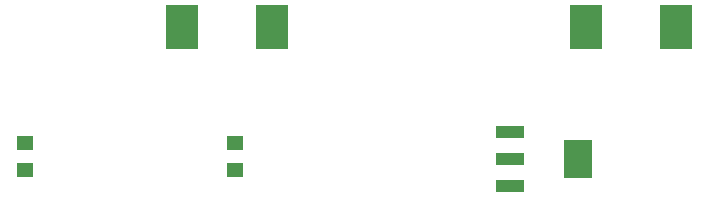
<source format=gtp>
G04*
G04 #@! TF.GenerationSoftware,Altium Limited,Altium Designer,18.0.7 (293)*
G04*
G04 Layer_Color=8421504*
%FSLAX44Y44*%
%MOMM*%
G71*
G01*
G75*
%ADD18R,2.7940X3.8100*%
%ADD19R,1.3970X1.2700*%
%ADD20R,2.4000X3.3000*%
%ADD21R,2.4000X1.0000*%
D18*
X420700Y564621D02*
D03*
X344500D02*
D03*
X762330D02*
D03*
X686130D02*
D03*
D19*
X211420Y443717D02*
D03*
Y466577D02*
D03*
X389220Y443717D02*
D03*
Y466577D02*
D03*
D20*
X679840Y452607D02*
D03*
D21*
X621840Y429607D02*
D03*
Y452607D02*
D03*
Y475607D02*
D03*
M02*

</source>
